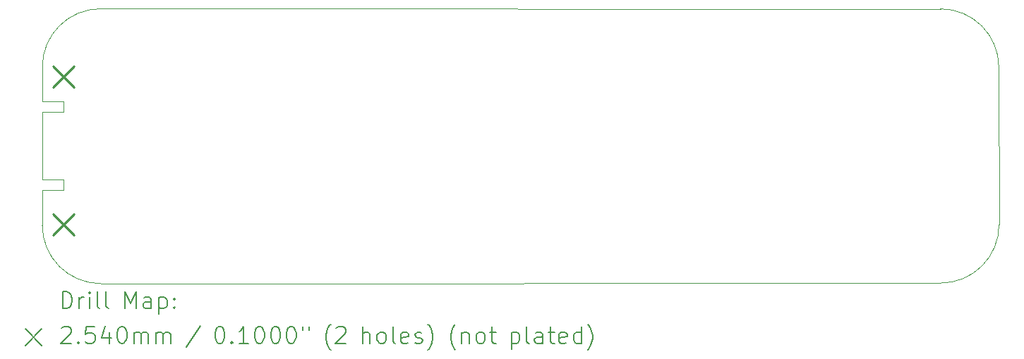
<source format=gbr>
%TF.GenerationSoftware,KiCad,Pcbnew,(7.0.0-0)*%
%TF.CreationDate,2023-06-13T14:54:43-07:00*%
%TF.ProjectId,ssrov-kicad-openctd,7373726f-762d-46b6-9963-61642d6f7065,rev?*%
%TF.SameCoordinates,Original*%
%TF.FileFunction,Drillmap*%
%TF.FilePolarity,Positive*%
%FSLAX45Y45*%
G04 Gerber Fmt 4.5, Leading zero omitted, Abs format (unit mm)*
G04 Created by KiCad (PCBNEW (7.0.0-0)) date 2023-06-13 14:54:43*
%MOMM*%
%LPD*%
G01*
G04 APERTURE LIST*
%ADD10C,0.100000*%
%ADD11C,0.200000*%
%ADD12C,0.254000*%
G04 APERTURE END LIST*
D10*
X20873498Y-8498126D02*
X20875800Y-10396400D01*
X9652000Y-9855200D02*
X9652000Y-9982200D01*
X20175965Y-11097249D02*
X10098325Y-11103000D01*
X9398000Y-9982200D02*
X9397925Y-10402875D01*
X9398000Y-8915400D02*
X9652000Y-8915400D01*
X9398000Y-9855200D02*
X9652000Y-9855200D01*
X9397925Y-10402875D02*
G75*
G03*
X10098325Y-11103000I700000J-125D01*
G01*
X20175965Y-11097251D02*
G75*
G03*
X20875800Y-10396400I-165J700001D01*
G01*
X9652000Y-8915400D02*
X9652000Y-9042400D01*
X9652000Y-9042400D02*
X9398000Y-9042400D01*
X10098000Y-7797800D02*
G75*
G03*
X9398000Y-8497800I0J-700000D01*
G01*
X10098000Y-7797800D02*
X20173608Y-7798975D01*
X9652000Y-9982200D02*
X9398000Y-9982200D01*
X9398000Y-9042400D02*
X9398000Y-9855200D01*
X20873495Y-8498126D02*
G75*
G03*
X20173608Y-7798975I-699995J-844D01*
G01*
X9398000Y-8915400D02*
X9398000Y-8497800D01*
D11*
D12*
X9526000Y-8487300D02*
X9780000Y-8741300D01*
X9780000Y-8487300D02*
X9526000Y-8741300D01*
X9526000Y-10265300D02*
X9780000Y-10519300D01*
X9780000Y-10265300D02*
X9526000Y-10519300D01*
D11*
X9640544Y-11401476D02*
X9640544Y-11201476D01*
X9640544Y-11201476D02*
X9688163Y-11201476D01*
X9688163Y-11201476D02*
X9716734Y-11211000D01*
X9716734Y-11211000D02*
X9735782Y-11230048D01*
X9735782Y-11230048D02*
X9745306Y-11249095D01*
X9745306Y-11249095D02*
X9754830Y-11287191D01*
X9754830Y-11287191D02*
X9754830Y-11315762D01*
X9754830Y-11315762D02*
X9745306Y-11353857D01*
X9745306Y-11353857D02*
X9735782Y-11372905D01*
X9735782Y-11372905D02*
X9716734Y-11391952D01*
X9716734Y-11391952D02*
X9688163Y-11401476D01*
X9688163Y-11401476D02*
X9640544Y-11401476D01*
X9840544Y-11401476D02*
X9840544Y-11268143D01*
X9840544Y-11306238D02*
X9850068Y-11287191D01*
X9850068Y-11287191D02*
X9859591Y-11277667D01*
X9859591Y-11277667D02*
X9878639Y-11268143D01*
X9878639Y-11268143D02*
X9897687Y-11268143D01*
X9964353Y-11401476D02*
X9964353Y-11268143D01*
X9964353Y-11201476D02*
X9954830Y-11211000D01*
X9954830Y-11211000D02*
X9964353Y-11220524D01*
X9964353Y-11220524D02*
X9973877Y-11211000D01*
X9973877Y-11211000D02*
X9964353Y-11201476D01*
X9964353Y-11201476D02*
X9964353Y-11220524D01*
X10088163Y-11401476D02*
X10069115Y-11391952D01*
X10069115Y-11391952D02*
X10059591Y-11372905D01*
X10059591Y-11372905D02*
X10059591Y-11201476D01*
X10192925Y-11401476D02*
X10173877Y-11391952D01*
X10173877Y-11391952D02*
X10164353Y-11372905D01*
X10164353Y-11372905D02*
X10164353Y-11201476D01*
X10389115Y-11401476D02*
X10389115Y-11201476D01*
X10389115Y-11201476D02*
X10455782Y-11344333D01*
X10455782Y-11344333D02*
X10522449Y-11201476D01*
X10522449Y-11201476D02*
X10522449Y-11401476D01*
X10703401Y-11401476D02*
X10703401Y-11296714D01*
X10703401Y-11296714D02*
X10693877Y-11277667D01*
X10693877Y-11277667D02*
X10674830Y-11268143D01*
X10674830Y-11268143D02*
X10636734Y-11268143D01*
X10636734Y-11268143D02*
X10617687Y-11277667D01*
X10703401Y-11391952D02*
X10684353Y-11401476D01*
X10684353Y-11401476D02*
X10636734Y-11401476D01*
X10636734Y-11401476D02*
X10617687Y-11391952D01*
X10617687Y-11391952D02*
X10608163Y-11372905D01*
X10608163Y-11372905D02*
X10608163Y-11353857D01*
X10608163Y-11353857D02*
X10617687Y-11334810D01*
X10617687Y-11334810D02*
X10636734Y-11325286D01*
X10636734Y-11325286D02*
X10684353Y-11325286D01*
X10684353Y-11325286D02*
X10703401Y-11315762D01*
X10798639Y-11268143D02*
X10798639Y-11468143D01*
X10798639Y-11277667D02*
X10817687Y-11268143D01*
X10817687Y-11268143D02*
X10855782Y-11268143D01*
X10855782Y-11268143D02*
X10874830Y-11277667D01*
X10874830Y-11277667D02*
X10884353Y-11287191D01*
X10884353Y-11287191D02*
X10893877Y-11306238D01*
X10893877Y-11306238D02*
X10893877Y-11363381D01*
X10893877Y-11363381D02*
X10884353Y-11382429D01*
X10884353Y-11382429D02*
X10874830Y-11391952D01*
X10874830Y-11391952D02*
X10855782Y-11401476D01*
X10855782Y-11401476D02*
X10817687Y-11401476D01*
X10817687Y-11401476D02*
X10798639Y-11391952D01*
X10979591Y-11382429D02*
X10989115Y-11391952D01*
X10989115Y-11391952D02*
X10979591Y-11401476D01*
X10979591Y-11401476D02*
X10970068Y-11391952D01*
X10970068Y-11391952D02*
X10979591Y-11382429D01*
X10979591Y-11382429D02*
X10979591Y-11401476D01*
X10979591Y-11277667D02*
X10989115Y-11287191D01*
X10989115Y-11287191D02*
X10979591Y-11296714D01*
X10979591Y-11296714D02*
X10970068Y-11287191D01*
X10970068Y-11287191D02*
X10979591Y-11277667D01*
X10979591Y-11277667D02*
X10979591Y-11296714D01*
X9192925Y-11648000D02*
X9392925Y-11848000D01*
X9392925Y-11648000D02*
X9192925Y-11848000D01*
X9631020Y-11640524D02*
X9640544Y-11631000D01*
X9640544Y-11631000D02*
X9659591Y-11621476D01*
X9659591Y-11621476D02*
X9707211Y-11621476D01*
X9707211Y-11621476D02*
X9726258Y-11631000D01*
X9726258Y-11631000D02*
X9735782Y-11640524D01*
X9735782Y-11640524D02*
X9745306Y-11659572D01*
X9745306Y-11659572D02*
X9745306Y-11678619D01*
X9745306Y-11678619D02*
X9735782Y-11707191D01*
X9735782Y-11707191D02*
X9621496Y-11821476D01*
X9621496Y-11821476D02*
X9745306Y-11821476D01*
X9831020Y-11802429D02*
X9840544Y-11811952D01*
X9840544Y-11811952D02*
X9831020Y-11821476D01*
X9831020Y-11821476D02*
X9821496Y-11811952D01*
X9821496Y-11811952D02*
X9831020Y-11802429D01*
X9831020Y-11802429D02*
X9831020Y-11821476D01*
X10021496Y-11621476D02*
X9926258Y-11621476D01*
X9926258Y-11621476D02*
X9916734Y-11716714D01*
X9916734Y-11716714D02*
X9926258Y-11707191D01*
X9926258Y-11707191D02*
X9945306Y-11697667D01*
X9945306Y-11697667D02*
X9992925Y-11697667D01*
X9992925Y-11697667D02*
X10011972Y-11707191D01*
X10011972Y-11707191D02*
X10021496Y-11716714D01*
X10021496Y-11716714D02*
X10031020Y-11735762D01*
X10031020Y-11735762D02*
X10031020Y-11783381D01*
X10031020Y-11783381D02*
X10021496Y-11802429D01*
X10021496Y-11802429D02*
X10011972Y-11811952D01*
X10011972Y-11811952D02*
X9992925Y-11821476D01*
X9992925Y-11821476D02*
X9945306Y-11821476D01*
X9945306Y-11821476D02*
X9926258Y-11811952D01*
X9926258Y-11811952D02*
X9916734Y-11802429D01*
X10202449Y-11688143D02*
X10202449Y-11821476D01*
X10154830Y-11611952D02*
X10107211Y-11754810D01*
X10107211Y-11754810D02*
X10231020Y-11754810D01*
X10345306Y-11621476D02*
X10364353Y-11621476D01*
X10364353Y-11621476D02*
X10383401Y-11631000D01*
X10383401Y-11631000D02*
X10392925Y-11640524D01*
X10392925Y-11640524D02*
X10402449Y-11659572D01*
X10402449Y-11659572D02*
X10411972Y-11697667D01*
X10411972Y-11697667D02*
X10411972Y-11745286D01*
X10411972Y-11745286D02*
X10402449Y-11783381D01*
X10402449Y-11783381D02*
X10392925Y-11802429D01*
X10392925Y-11802429D02*
X10383401Y-11811952D01*
X10383401Y-11811952D02*
X10364353Y-11821476D01*
X10364353Y-11821476D02*
X10345306Y-11821476D01*
X10345306Y-11821476D02*
X10326258Y-11811952D01*
X10326258Y-11811952D02*
X10316734Y-11802429D01*
X10316734Y-11802429D02*
X10307211Y-11783381D01*
X10307211Y-11783381D02*
X10297687Y-11745286D01*
X10297687Y-11745286D02*
X10297687Y-11697667D01*
X10297687Y-11697667D02*
X10307211Y-11659572D01*
X10307211Y-11659572D02*
X10316734Y-11640524D01*
X10316734Y-11640524D02*
X10326258Y-11631000D01*
X10326258Y-11631000D02*
X10345306Y-11621476D01*
X10497687Y-11821476D02*
X10497687Y-11688143D01*
X10497687Y-11707191D02*
X10507211Y-11697667D01*
X10507211Y-11697667D02*
X10526258Y-11688143D01*
X10526258Y-11688143D02*
X10554830Y-11688143D01*
X10554830Y-11688143D02*
X10573877Y-11697667D01*
X10573877Y-11697667D02*
X10583401Y-11716714D01*
X10583401Y-11716714D02*
X10583401Y-11821476D01*
X10583401Y-11716714D02*
X10592925Y-11697667D01*
X10592925Y-11697667D02*
X10611972Y-11688143D01*
X10611972Y-11688143D02*
X10640544Y-11688143D01*
X10640544Y-11688143D02*
X10659592Y-11697667D01*
X10659592Y-11697667D02*
X10669115Y-11716714D01*
X10669115Y-11716714D02*
X10669115Y-11821476D01*
X10764353Y-11821476D02*
X10764353Y-11688143D01*
X10764353Y-11707191D02*
X10773877Y-11697667D01*
X10773877Y-11697667D02*
X10792925Y-11688143D01*
X10792925Y-11688143D02*
X10821496Y-11688143D01*
X10821496Y-11688143D02*
X10840544Y-11697667D01*
X10840544Y-11697667D02*
X10850068Y-11716714D01*
X10850068Y-11716714D02*
X10850068Y-11821476D01*
X10850068Y-11716714D02*
X10859592Y-11697667D01*
X10859592Y-11697667D02*
X10878639Y-11688143D01*
X10878639Y-11688143D02*
X10907211Y-11688143D01*
X10907211Y-11688143D02*
X10926258Y-11697667D01*
X10926258Y-11697667D02*
X10935782Y-11716714D01*
X10935782Y-11716714D02*
X10935782Y-11821476D01*
X11293877Y-11611952D02*
X11122449Y-11869095D01*
X11518639Y-11621476D02*
X11537687Y-11621476D01*
X11537687Y-11621476D02*
X11556734Y-11631000D01*
X11556734Y-11631000D02*
X11566258Y-11640524D01*
X11566258Y-11640524D02*
X11575782Y-11659572D01*
X11575782Y-11659572D02*
X11585306Y-11697667D01*
X11585306Y-11697667D02*
X11585306Y-11745286D01*
X11585306Y-11745286D02*
X11575782Y-11783381D01*
X11575782Y-11783381D02*
X11566258Y-11802429D01*
X11566258Y-11802429D02*
X11556734Y-11811952D01*
X11556734Y-11811952D02*
X11537687Y-11821476D01*
X11537687Y-11821476D02*
X11518639Y-11821476D01*
X11518639Y-11821476D02*
X11499591Y-11811952D01*
X11499591Y-11811952D02*
X11490068Y-11802429D01*
X11490068Y-11802429D02*
X11480544Y-11783381D01*
X11480544Y-11783381D02*
X11471020Y-11745286D01*
X11471020Y-11745286D02*
X11471020Y-11697667D01*
X11471020Y-11697667D02*
X11480544Y-11659572D01*
X11480544Y-11659572D02*
X11490068Y-11640524D01*
X11490068Y-11640524D02*
X11499591Y-11631000D01*
X11499591Y-11631000D02*
X11518639Y-11621476D01*
X11671020Y-11802429D02*
X11680544Y-11811952D01*
X11680544Y-11811952D02*
X11671020Y-11821476D01*
X11671020Y-11821476D02*
X11661496Y-11811952D01*
X11661496Y-11811952D02*
X11671020Y-11802429D01*
X11671020Y-11802429D02*
X11671020Y-11821476D01*
X11871020Y-11821476D02*
X11756734Y-11821476D01*
X11813877Y-11821476D02*
X11813877Y-11621476D01*
X11813877Y-11621476D02*
X11794830Y-11650048D01*
X11794830Y-11650048D02*
X11775782Y-11669095D01*
X11775782Y-11669095D02*
X11756734Y-11678619D01*
X11994830Y-11621476D02*
X12013877Y-11621476D01*
X12013877Y-11621476D02*
X12032925Y-11631000D01*
X12032925Y-11631000D02*
X12042449Y-11640524D01*
X12042449Y-11640524D02*
X12051972Y-11659572D01*
X12051972Y-11659572D02*
X12061496Y-11697667D01*
X12061496Y-11697667D02*
X12061496Y-11745286D01*
X12061496Y-11745286D02*
X12051972Y-11783381D01*
X12051972Y-11783381D02*
X12042449Y-11802429D01*
X12042449Y-11802429D02*
X12032925Y-11811952D01*
X12032925Y-11811952D02*
X12013877Y-11821476D01*
X12013877Y-11821476D02*
X11994830Y-11821476D01*
X11994830Y-11821476D02*
X11975782Y-11811952D01*
X11975782Y-11811952D02*
X11966258Y-11802429D01*
X11966258Y-11802429D02*
X11956734Y-11783381D01*
X11956734Y-11783381D02*
X11947211Y-11745286D01*
X11947211Y-11745286D02*
X11947211Y-11697667D01*
X11947211Y-11697667D02*
X11956734Y-11659572D01*
X11956734Y-11659572D02*
X11966258Y-11640524D01*
X11966258Y-11640524D02*
X11975782Y-11631000D01*
X11975782Y-11631000D02*
X11994830Y-11621476D01*
X12185306Y-11621476D02*
X12204353Y-11621476D01*
X12204353Y-11621476D02*
X12223401Y-11631000D01*
X12223401Y-11631000D02*
X12232925Y-11640524D01*
X12232925Y-11640524D02*
X12242449Y-11659572D01*
X12242449Y-11659572D02*
X12251972Y-11697667D01*
X12251972Y-11697667D02*
X12251972Y-11745286D01*
X12251972Y-11745286D02*
X12242449Y-11783381D01*
X12242449Y-11783381D02*
X12232925Y-11802429D01*
X12232925Y-11802429D02*
X12223401Y-11811952D01*
X12223401Y-11811952D02*
X12204353Y-11821476D01*
X12204353Y-11821476D02*
X12185306Y-11821476D01*
X12185306Y-11821476D02*
X12166258Y-11811952D01*
X12166258Y-11811952D02*
X12156734Y-11802429D01*
X12156734Y-11802429D02*
X12147211Y-11783381D01*
X12147211Y-11783381D02*
X12137687Y-11745286D01*
X12137687Y-11745286D02*
X12137687Y-11697667D01*
X12137687Y-11697667D02*
X12147211Y-11659572D01*
X12147211Y-11659572D02*
X12156734Y-11640524D01*
X12156734Y-11640524D02*
X12166258Y-11631000D01*
X12166258Y-11631000D02*
X12185306Y-11621476D01*
X12375782Y-11621476D02*
X12394830Y-11621476D01*
X12394830Y-11621476D02*
X12413877Y-11631000D01*
X12413877Y-11631000D02*
X12423401Y-11640524D01*
X12423401Y-11640524D02*
X12432925Y-11659572D01*
X12432925Y-11659572D02*
X12442449Y-11697667D01*
X12442449Y-11697667D02*
X12442449Y-11745286D01*
X12442449Y-11745286D02*
X12432925Y-11783381D01*
X12432925Y-11783381D02*
X12423401Y-11802429D01*
X12423401Y-11802429D02*
X12413877Y-11811952D01*
X12413877Y-11811952D02*
X12394830Y-11821476D01*
X12394830Y-11821476D02*
X12375782Y-11821476D01*
X12375782Y-11821476D02*
X12356734Y-11811952D01*
X12356734Y-11811952D02*
X12347211Y-11802429D01*
X12347211Y-11802429D02*
X12337687Y-11783381D01*
X12337687Y-11783381D02*
X12328163Y-11745286D01*
X12328163Y-11745286D02*
X12328163Y-11697667D01*
X12328163Y-11697667D02*
X12337687Y-11659572D01*
X12337687Y-11659572D02*
X12347211Y-11640524D01*
X12347211Y-11640524D02*
X12356734Y-11631000D01*
X12356734Y-11631000D02*
X12375782Y-11621476D01*
X12518639Y-11621476D02*
X12518639Y-11659572D01*
X12594830Y-11621476D02*
X12594830Y-11659572D01*
X12857687Y-11897667D02*
X12848163Y-11888143D01*
X12848163Y-11888143D02*
X12829115Y-11859572D01*
X12829115Y-11859572D02*
X12819592Y-11840524D01*
X12819592Y-11840524D02*
X12810068Y-11811952D01*
X12810068Y-11811952D02*
X12800544Y-11764333D01*
X12800544Y-11764333D02*
X12800544Y-11726238D01*
X12800544Y-11726238D02*
X12810068Y-11678619D01*
X12810068Y-11678619D02*
X12819592Y-11650048D01*
X12819592Y-11650048D02*
X12829115Y-11631000D01*
X12829115Y-11631000D02*
X12848163Y-11602429D01*
X12848163Y-11602429D02*
X12857687Y-11592905D01*
X12924353Y-11640524D02*
X12933877Y-11631000D01*
X12933877Y-11631000D02*
X12952925Y-11621476D01*
X12952925Y-11621476D02*
X13000544Y-11621476D01*
X13000544Y-11621476D02*
X13019592Y-11631000D01*
X13019592Y-11631000D02*
X13029115Y-11640524D01*
X13029115Y-11640524D02*
X13038639Y-11659572D01*
X13038639Y-11659572D02*
X13038639Y-11678619D01*
X13038639Y-11678619D02*
X13029115Y-11707191D01*
X13029115Y-11707191D02*
X12914830Y-11821476D01*
X12914830Y-11821476D02*
X13038639Y-11821476D01*
X13244353Y-11821476D02*
X13244353Y-11621476D01*
X13330068Y-11821476D02*
X13330068Y-11716714D01*
X13330068Y-11716714D02*
X13320544Y-11697667D01*
X13320544Y-11697667D02*
X13301496Y-11688143D01*
X13301496Y-11688143D02*
X13272925Y-11688143D01*
X13272925Y-11688143D02*
X13253877Y-11697667D01*
X13253877Y-11697667D02*
X13244353Y-11707191D01*
X13453877Y-11821476D02*
X13434830Y-11811952D01*
X13434830Y-11811952D02*
X13425306Y-11802429D01*
X13425306Y-11802429D02*
X13415782Y-11783381D01*
X13415782Y-11783381D02*
X13415782Y-11726238D01*
X13415782Y-11726238D02*
X13425306Y-11707191D01*
X13425306Y-11707191D02*
X13434830Y-11697667D01*
X13434830Y-11697667D02*
X13453877Y-11688143D01*
X13453877Y-11688143D02*
X13482449Y-11688143D01*
X13482449Y-11688143D02*
X13501496Y-11697667D01*
X13501496Y-11697667D02*
X13511020Y-11707191D01*
X13511020Y-11707191D02*
X13520544Y-11726238D01*
X13520544Y-11726238D02*
X13520544Y-11783381D01*
X13520544Y-11783381D02*
X13511020Y-11802429D01*
X13511020Y-11802429D02*
X13501496Y-11811952D01*
X13501496Y-11811952D02*
X13482449Y-11821476D01*
X13482449Y-11821476D02*
X13453877Y-11821476D01*
X13634830Y-11821476D02*
X13615782Y-11811952D01*
X13615782Y-11811952D02*
X13606258Y-11792905D01*
X13606258Y-11792905D02*
X13606258Y-11621476D01*
X13787211Y-11811952D02*
X13768163Y-11821476D01*
X13768163Y-11821476D02*
X13730068Y-11821476D01*
X13730068Y-11821476D02*
X13711020Y-11811952D01*
X13711020Y-11811952D02*
X13701496Y-11792905D01*
X13701496Y-11792905D02*
X13701496Y-11716714D01*
X13701496Y-11716714D02*
X13711020Y-11697667D01*
X13711020Y-11697667D02*
X13730068Y-11688143D01*
X13730068Y-11688143D02*
X13768163Y-11688143D01*
X13768163Y-11688143D02*
X13787211Y-11697667D01*
X13787211Y-11697667D02*
X13796734Y-11716714D01*
X13796734Y-11716714D02*
X13796734Y-11735762D01*
X13796734Y-11735762D02*
X13701496Y-11754810D01*
X13872925Y-11811952D02*
X13891973Y-11821476D01*
X13891973Y-11821476D02*
X13930068Y-11821476D01*
X13930068Y-11821476D02*
X13949115Y-11811952D01*
X13949115Y-11811952D02*
X13958639Y-11792905D01*
X13958639Y-11792905D02*
X13958639Y-11783381D01*
X13958639Y-11783381D02*
X13949115Y-11764333D01*
X13949115Y-11764333D02*
X13930068Y-11754810D01*
X13930068Y-11754810D02*
X13901496Y-11754810D01*
X13901496Y-11754810D02*
X13882449Y-11745286D01*
X13882449Y-11745286D02*
X13872925Y-11726238D01*
X13872925Y-11726238D02*
X13872925Y-11716714D01*
X13872925Y-11716714D02*
X13882449Y-11697667D01*
X13882449Y-11697667D02*
X13901496Y-11688143D01*
X13901496Y-11688143D02*
X13930068Y-11688143D01*
X13930068Y-11688143D02*
X13949115Y-11697667D01*
X14025306Y-11897667D02*
X14034830Y-11888143D01*
X14034830Y-11888143D02*
X14053877Y-11859572D01*
X14053877Y-11859572D02*
X14063401Y-11840524D01*
X14063401Y-11840524D02*
X14072925Y-11811952D01*
X14072925Y-11811952D02*
X14082449Y-11764333D01*
X14082449Y-11764333D02*
X14082449Y-11726238D01*
X14082449Y-11726238D02*
X14072925Y-11678619D01*
X14072925Y-11678619D02*
X14063401Y-11650048D01*
X14063401Y-11650048D02*
X14053877Y-11631000D01*
X14053877Y-11631000D02*
X14034830Y-11602429D01*
X14034830Y-11602429D02*
X14025306Y-11592905D01*
X14354830Y-11897667D02*
X14345306Y-11888143D01*
X14345306Y-11888143D02*
X14326258Y-11859572D01*
X14326258Y-11859572D02*
X14316734Y-11840524D01*
X14316734Y-11840524D02*
X14307211Y-11811952D01*
X14307211Y-11811952D02*
X14297687Y-11764333D01*
X14297687Y-11764333D02*
X14297687Y-11726238D01*
X14297687Y-11726238D02*
X14307211Y-11678619D01*
X14307211Y-11678619D02*
X14316734Y-11650048D01*
X14316734Y-11650048D02*
X14326258Y-11631000D01*
X14326258Y-11631000D02*
X14345306Y-11602429D01*
X14345306Y-11602429D02*
X14354830Y-11592905D01*
X14431020Y-11688143D02*
X14431020Y-11821476D01*
X14431020Y-11707191D02*
X14440544Y-11697667D01*
X14440544Y-11697667D02*
X14459592Y-11688143D01*
X14459592Y-11688143D02*
X14488163Y-11688143D01*
X14488163Y-11688143D02*
X14507211Y-11697667D01*
X14507211Y-11697667D02*
X14516734Y-11716714D01*
X14516734Y-11716714D02*
X14516734Y-11821476D01*
X14640544Y-11821476D02*
X14621496Y-11811952D01*
X14621496Y-11811952D02*
X14611973Y-11802429D01*
X14611973Y-11802429D02*
X14602449Y-11783381D01*
X14602449Y-11783381D02*
X14602449Y-11726238D01*
X14602449Y-11726238D02*
X14611973Y-11707191D01*
X14611973Y-11707191D02*
X14621496Y-11697667D01*
X14621496Y-11697667D02*
X14640544Y-11688143D01*
X14640544Y-11688143D02*
X14669115Y-11688143D01*
X14669115Y-11688143D02*
X14688163Y-11697667D01*
X14688163Y-11697667D02*
X14697687Y-11707191D01*
X14697687Y-11707191D02*
X14707211Y-11726238D01*
X14707211Y-11726238D02*
X14707211Y-11783381D01*
X14707211Y-11783381D02*
X14697687Y-11802429D01*
X14697687Y-11802429D02*
X14688163Y-11811952D01*
X14688163Y-11811952D02*
X14669115Y-11821476D01*
X14669115Y-11821476D02*
X14640544Y-11821476D01*
X14764354Y-11688143D02*
X14840544Y-11688143D01*
X14792925Y-11621476D02*
X14792925Y-11792905D01*
X14792925Y-11792905D02*
X14802449Y-11811952D01*
X14802449Y-11811952D02*
X14821496Y-11821476D01*
X14821496Y-11821476D02*
X14840544Y-11821476D01*
X15027211Y-11688143D02*
X15027211Y-11888143D01*
X15027211Y-11697667D02*
X15046258Y-11688143D01*
X15046258Y-11688143D02*
X15084354Y-11688143D01*
X15084354Y-11688143D02*
X15103401Y-11697667D01*
X15103401Y-11697667D02*
X15112925Y-11707191D01*
X15112925Y-11707191D02*
X15122449Y-11726238D01*
X15122449Y-11726238D02*
X15122449Y-11783381D01*
X15122449Y-11783381D02*
X15112925Y-11802429D01*
X15112925Y-11802429D02*
X15103401Y-11811952D01*
X15103401Y-11811952D02*
X15084354Y-11821476D01*
X15084354Y-11821476D02*
X15046258Y-11821476D01*
X15046258Y-11821476D02*
X15027211Y-11811952D01*
X15236734Y-11821476D02*
X15217687Y-11811952D01*
X15217687Y-11811952D02*
X15208163Y-11792905D01*
X15208163Y-11792905D02*
X15208163Y-11621476D01*
X15398639Y-11821476D02*
X15398639Y-11716714D01*
X15398639Y-11716714D02*
X15389115Y-11697667D01*
X15389115Y-11697667D02*
X15370068Y-11688143D01*
X15370068Y-11688143D02*
X15331973Y-11688143D01*
X15331973Y-11688143D02*
X15312925Y-11697667D01*
X15398639Y-11811952D02*
X15379592Y-11821476D01*
X15379592Y-11821476D02*
X15331973Y-11821476D01*
X15331973Y-11821476D02*
X15312925Y-11811952D01*
X15312925Y-11811952D02*
X15303401Y-11792905D01*
X15303401Y-11792905D02*
X15303401Y-11773857D01*
X15303401Y-11773857D02*
X15312925Y-11754810D01*
X15312925Y-11754810D02*
X15331973Y-11745286D01*
X15331973Y-11745286D02*
X15379592Y-11745286D01*
X15379592Y-11745286D02*
X15398639Y-11735762D01*
X15465306Y-11688143D02*
X15541496Y-11688143D01*
X15493877Y-11621476D02*
X15493877Y-11792905D01*
X15493877Y-11792905D02*
X15503401Y-11811952D01*
X15503401Y-11811952D02*
X15522449Y-11821476D01*
X15522449Y-11821476D02*
X15541496Y-11821476D01*
X15684354Y-11811952D02*
X15665306Y-11821476D01*
X15665306Y-11821476D02*
X15627211Y-11821476D01*
X15627211Y-11821476D02*
X15608163Y-11811952D01*
X15608163Y-11811952D02*
X15598639Y-11792905D01*
X15598639Y-11792905D02*
X15598639Y-11716714D01*
X15598639Y-11716714D02*
X15608163Y-11697667D01*
X15608163Y-11697667D02*
X15627211Y-11688143D01*
X15627211Y-11688143D02*
X15665306Y-11688143D01*
X15665306Y-11688143D02*
X15684354Y-11697667D01*
X15684354Y-11697667D02*
X15693877Y-11716714D01*
X15693877Y-11716714D02*
X15693877Y-11735762D01*
X15693877Y-11735762D02*
X15598639Y-11754810D01*
X15865306Y-11821476D02*
X15865306Y-11621476D01*
X15865306Y-11811952D02*
X15846258Y-11821476D01*
X15846258Y-11821476D02*
X15808163Y-11821476D01*
X15808163Y-11821476D02*
X15789115Y-11811952D01*
X15789115Y-11811952D02*
X15779592Y-11802429D01*
X15779592Y-11802429D02*
X15770068Y-11783381D01*
X15770068Y-11783381D02*
X15770068Y-11726238D01*
X15770068Y-11726238D02*
X15779592Y-11707191D01*
X15779592Y-11707191D02*
X15789115Y-11697667D01*
X15789115Y-11697667D02*
X15808163Y-11688143D01*
X15808163Y-11688143D02*
X15846258Y-11688143D01*
X15846258Y-11688143D02*
X15865306Y-11697667D01*
X15941496Y-11897667D02*
X15951020Y-11888143D01*
X15951020Y-11888143D02*
X15970068Y-11859572D01*
X15970068Y-11859572D02*
X15979592Y-11840524D01*
X15979592Y-11840524D02*
X15989115Y-11811952D01*
X15989115Y-11811952D02*
X15998639Y-11764333D01*
X15998639Y-11764333D02*
X15998639Y-11726238D01*
X15998639Y-11726238D02*
X15989115Y-11678619D01*
X15989115Y-11678619D02*
X15979592Y-11650048D01*
X15979592Y-11650048D02*
X15970068Y-11631000D01*
X15970068Y-11631000D02*
X15951020Y-11602429D01*
X15951020Y-11602429D02*
X15941496Y-11592905D01*
M02*

</source>
